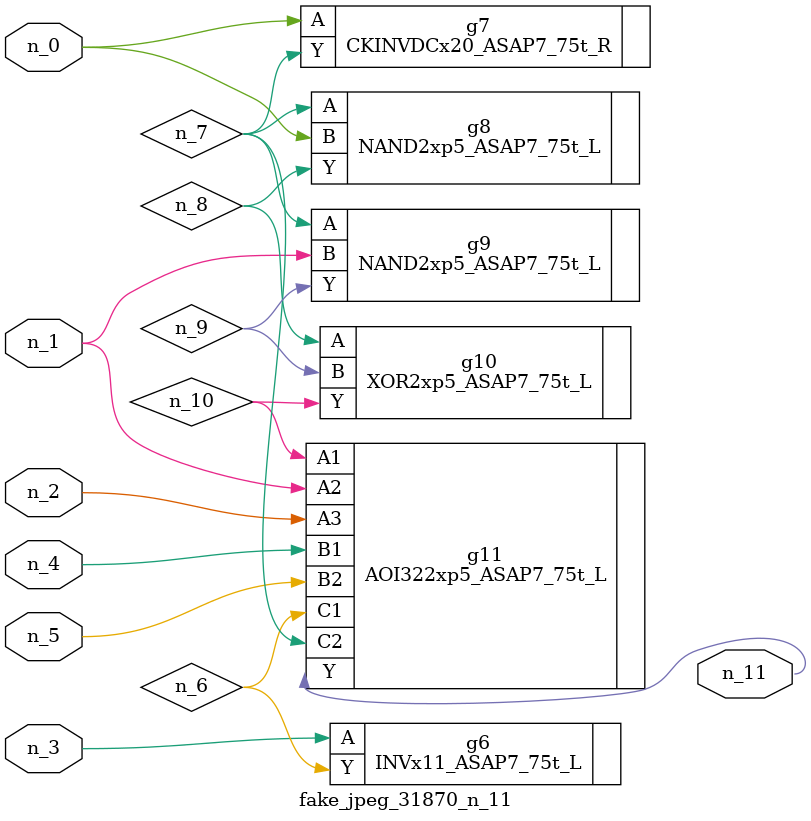
<source format=v>
module fake_jpeg_31870_n_11 (n_3, n_2, n_1, n_0, n_4, n_5, n_11);

input n_3;
input n_2;
input n_1;
input n_0;
input n_4;
input n_5;

output n_11;

wire n_10;
wire n_8;
wire n_9;
wire n_6;
wire n_7;

INVx11_ASAP7_75t_L g6 ( 
.A(n_3),
.Y(n_6)
);

CKINVDCx20_ASAP7_75t_R g7 ( 
.A(n_0),
.Y(n_7)
);

NAND2xp5_ASAP7_75t_L g8 ( 
.A(n_7),
.B(n_0),
.Y(n_8)
);

XOR2xp5_ASAP7_75t_L g10 ( 
.A(n_8),
.B(n_9),
.Y(n_10)
);

NAND2xp5_ASAP7_75t_L g9 ( 
.A(n_7),
.B(n_1),
.Y(n_9)
);

AOI322xp5_ASAP7_75t_L g11 ( 
.A1(n_10),
.A2(n_1),
.A3(n_2),
.B1(n_4),
.B2(n_5),
.C1(n_6),
.C2(n_7),
.Y(n_11)
);


endmodule
</source>
